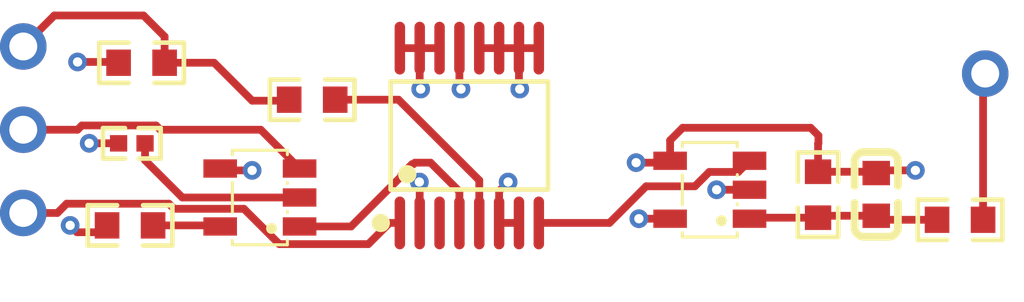
<source format=kicad_pcb>
(kicad_pcb (version 20241229) (generator "pcbnew") (generator_version "9.0")
  (layers (0 "F.Cu" signal "Top Layer") (4 "In1.Cu" signal "Inner1") (6 "In2.Cu" signal "Inner2") (2 "B.Cu" signal "Bottom Layer") (13 "F.Paste" user "Top Paste Mask Layer") (15 "B.Paste" user "Bottom Paste Mask Layer") (5 "F.SilkS" user "Top Silkscreen Layer") (7 "B.SilkS" user "Bottom Silkscreen Layer") (1 "F.Mask" user "Top Solder Mask Layer") (3 "B.Mask" user "Bottom Solder Mask Layer") (25 "Edge.Cuts" user "Multi-Layer"))
  (net 0 "")
  (net 1 "GND")
  (net 2 "+5V")
  (net 3 "T_U2V+")
  (net 4 "T_U2V-")
  (net 5 "T_U5S2")
  (net 6 "T_U6OUT")
  (net 7 "T_U5S1")
  (net 8 "T_U5D")
  (net 9 "T_DOUT-PWM")
  (net 10 "T_PATCH-PANEL-OUT")
  (net 11 "T_DAC-OUT")
  (net 12 "T_DOUT-SEL")
  (footprint "ProPrj_Practice 4 layer_2025-08-23:Pad_e561" (layer "F.Cu") (at 150 116.985)
    (property "Reference" "" (at 0 0 0) (layer "F.SilkS") (effects (font (size 1.27 1.27))))
    (property "Value" "")
    (pad "1" thru_hole circle (at 0 0) (size 1.524 1.524) (drill 0.9145) (layers "*.Cu" "*.Mask") (net 12 "T_DOUT-SEL"))
  )
  (footprint "ProPrj_Practice 4 layer_2025-08-23:TSSOP-16_L5.0-W4.4-P0.65-LS6.4-BL" (layer "F.Cu") (at 164.605 114.445)
    (property "Reference" "U5" (hide yes))
    (property "Value" "")
    (fp_line (start -2.576 -1.7715) (end 2.576 -1.7715) (stroke (width 0.1525)) (layer "F.SilkS"))
    (fp_line (start -2.576 1.7715) (end -2.576 -1.7715) (stroke (width 0.1525)) (layer "F.SilkS"))
    (fp_line (start 2.576 -1.7715) (end 2.576 1.7715) (stroke (width 0.1525)) (layer "F.SilkS"))
    (fp_line (start 2.576 1.7715) (end -2.576 1.7715) (stroke (width 0.1525)) (layer "F.SilkS"))
    (fp_circle (center -2.899 2.866) (end -2.749 2.866) (stroke (width 0.3)) (fill no) (layer "F.SilkS"))
    (fp_circle (center -2.032 1.27) (end -1.882 1.27) (stroke (width 0.3)) (fill no) (layer "F.SilkS"))
    (pad "1" smd oval (at -2.275 2.866) (size 0.343 1.7315) (layers "F.Cu" "F.Mask" "F.Paste") (net 12 "T_DOUT-SEL"))
    (pad "2" smd oval (at -1.625 2.866) (size 0.343 1.7315) (layers "F.Cu" "F.Mask" "F.Paste") (net 1 "GND"))
    (pad "3" smd oval (at -0.975 2.866) (size 0.343 1.7315) (layers "F.Cu" "F.Mask" "F.Paste"))
    (pad "4" smd oval (at -0.325 2.866) (size 0.343 1.7315) (layers "F.Cu" "F.Mask" "F.Paste") (net 7 "T_U5S1"))
    (pad "5" smd oval (at 0.325 2.866) (size 0.343 1.7315) (layers "F.Cu" "F.Mask" "F.Paste") (net 5 "T_U5S2"))
    (pad "6" smd oval (at 0.975 2.866) (size 0.343 1.7315) (layers "F.Cu" "F.Mask" "F.Paste") (net 1 "GND"))
    (pad "7" smd oval (at 1.625 2.866) (size 0.343 1.7315) (layers "F.Cu" "F.Mask" "F.Paste") (net 1 "GND"))
    (pad "8" smd oval (at 2.275 2.866) (size 0.343 1.7315) (layers "F.Cu" "F.Mask" "F.Paste") (net 8 "T_U5D"))
    (pad "9" smd oval (at 2.275 -2.866) (size 0.343 1.7315) (layers "F.Cu" "F.Mask" "F.Paste") (net 1 "GND"))
    (pad "10" smd oval (at 1.625 -2.866) (size 0.343 1.7315) (layers "F.Cu" "F.Mask" "F.Paste") (net 1 "GND"))
    (pad "11" smd oval (at 0.975 -2.866) (size 0.343 1.7315) (layers "F.Cu" "F.Mask" "F.Paste") (net 1 "GND"))
    (pad "12" smd oval (at 0.325 -2.866) (size 0.343 1.7315) (layers "F.Cu" "F.Mask" "F.Paste") (net 1 "GND"))
    (pad "13" smd oval (at -0.325 -2.866) (size 0.343 1.7315) (layers "F.Cu" "F.Mask" "F.Paste") (net 2 "+5V"))
    (pad "14" smd oval (at -0.975 -2.866) (size 0.343 1.7315) (layers "F.Cu" "F.Mask" "F.Paste") (net 1 "GND"))
    (pad "15" smd oval (at -1.625 -2.866) (size 0.343 1.7315) (layers "F.Cu" "F.Mask" "F.Paste") (net 1 "GND"))
    (pad "16" smd oval (at -2.275 -2.866) (size 0.343 1.7315) (layers "F.Cu" "F.Mask" "F.Paste") (net 1 "GND"))
  )
  (footprint "ProPrj_Practice 4 layer_2025-08-23:R0603" (layer "F.Cu") (at 176.023 116.386 90)
    (property "Reference" "R4" (hide yes))
    (property "Value" "")
    (fp_line (start 1.385 -0.6605) (end 0.426 -0.6605) (stroke (width 0.1525)) (layer "F.SilkS"))
    (fp_line (start -1.385 -0.6605) (end -0.426 -0.6605) (stroke (width 0.1525)) (layer "F.SilkS"))
    (fp_line (start 1.385 0.6605) (end 1.385 -0.6605) (stroke (width 0.1525)) (layer "F.SilkS"))
    (fp_line (start 0.426 0.6605) (end 1.385 0.6605) (stroke (width 0.1525)) (layer "F.SilkS"))
    (fp_line (start -0.426 0.6605) (end -1.385 0.6605) (stroke (width 0.1525)) (layer "F.SilkS"))
    (fp_line (start -1.385 0.6605) (end -1.385 -0.6605) (stroke (width 0.1525)) (layer "F.SilkS"))
    (pad "1" smd rect (at -0.7535 0 90) (size 0.8065 0.864) (layers "F.Cu" "F.Mask" "F.Paste") (net 6 "T_U6OUT"))
    (pad "2" smd rect (at 0.7535 0 90) (size 0.8065 0.864) (layers "F.Cu" "F.Mask" "F.Paste") (net 1 "GND"))
  )
  (footprint "ProPrj_Practice 4 layer_2025-08-23:SOT-23-5_L3.0-W1.7-P0.95-LS2.8-BR" (layer "F.Cu") (at 157.747 116.477)
    (property "Reference" "U2" (hide yes))
    (property "Value" "")
    (fp_line (start -0.9 -1.55) (end -0.9 -1.404) (stroke (width 0.1)) (layer "F.SilkS"))
    (fp_line (start -0.9 -1.55) (end 0.9 -1.55) (stroke (width 0.1)) (layer "F.SilkS"))
    (fp_line (start -0.9 -0.496) (end -0.9 0.496) (stroke (width 0.1)) (layer "F.SilkS"))
    (fp_line (start -0.9 1.404) (end -0.9 1.55) (stroke (width 0.1)) (layer "F.SilkS"))
    (fp_line (start -0.9 1.55) (end 0.9 1.55) (stroke (width 0.1)) (layer "F.SilkS"))
    (fp_line (start 0.9 -1.55) (end 0.9 -1.404) (stroke (width 0.1)) (layer "F.SilkS"))
    (fp_line (start 0.9 -0.496) (end 0.9 -0.454) (stroke (width 0.1)) (layer "F.SilkS"))
    (fp_line (start 0.9 0.454) (end 0.9 0.496) (stroke (width 0.1)) (layer "F.SilkS"))
    (fp_line (start 0.9 1.404) (end 0.9 1.55) (stroke (width 0.1)) (layer "F.SilkS"))
    (fp_poly (pts (arc (start 0.204 1.016) (mid 0.381 0.836989) (end 0.558 1.016)) (arc (start 0.558 1.016) (mid 0.381 1.195011) (end 0.204 1.016))) (fill yes) (layer "F.SilkS"))
    (pad "1" smd rect (at 1.3 0.95) (size 1.1 0.6) (layers "F.Cu" "F.Mask" "F.Paste") (net 7 "T_U5S1"))
    (pad "2" smd rect (at 1.3 0) (size 1.1 0.6) (layers "F.Cu" "F.Mask" "F.Paste") (net 4 "T_U2V-"))
    (pad "3" smd rect (at 1.3 -0.95) (size 1.1 0.6) (layers "F.Cu" "F.Mask" "F.Paste") (net 11 "T_DAC-OUT"))
    (pad "4" smd rect (at -1.3 -0.95) (size 1.1 0.6) (layers "F.Cu" "F.Mask" "F.Paste") (net 1 "GND"))
    (pad "5" smd rect (at -1.3 0.95) (size 1.1 0.6) (layers "F.Cu" "F.Mask" "F.Paste") (net 3 "T_U2V+"))
  )
  (footprint "ProPrj_Practice 4 layer_2025-08-23:Pad_e562" (layer "F.Cu") (at 150 114.2545)
    (property "Reference" "" (at 0 0 0) (layer "F.SilkS") (effects (font (size 1.27 1.27))))
    (property "Value" "")
    (pad "2" thru_hole circle (at 0 0) (size 1.524 1.524) (drill 0.9145) (layers "*.Cu" "*.Mask") (net 11 "T_DAC-OUT"))
  )
  (footprint "ProPrj_Practice 4 layer_2025-08-23:R0603" (layer "F.Cu") (at 153.8745 112.058)
    (property "Reference" "R6" (hide yes))
    (property "Value" "")
    (fp_line (start -1.385 -0.6605) (end -0.426 -0.6605) (stroke (width 0.1525)) (layer "F.SilkS"))
    (fp_line (start -1.385 0.6605) (end -1.385 -0.6605) (stroke (width 0.1525)) (layer "F.SilkS"))
    (fp_line (start -0.426 0.6605) (end -1.385 0.6605) (stroke (width 0.1525)) (layer "F.SilkS"))
    (fp_line (start 0.426 0.6605) (end 1.385 0.6605) (stroke (width 0.1525)) (layer "F.SilkS"))
    (fp_line (start 1.385 -0.6605) (end 0.426 -0.6605) (stroke (width 0.1525)) (layer "F.SilkS"))
    (fp_line (start 1.385 0.6605) (end 1.385 -0.6605) (stroke (width 0.1525)) (layer "F.SilkS"))
    (pad "1" smd rect (at -0.7535 0) (size 0.8065 0.864) (layers "F.Cu" "F.Mask" "F.Paste") (net 1 "GND"))
    (pad "2" smd rect (at 0.7535 0) (size 0.8065 0.864) (layers "F.Cu" "F.Mask" "F.Paste") (net 9 "T_DOUT-PWM"))
  )
  (footprint "ProPrj_Practice 4 layer_2025-08-23:R0603" (layer "F.Cu") (at 180.6725 117.2075)
    (property "Reference" "R5" (hide yes))
    (property "Value" "")
    (fp_line (start -1.385 -0.6605) (end -0.426 -0.6605) (stroke (width 0.1525)) (layer "F.SilkS"))
    (fp_line (start -1.385 0.6605) (end -1.385 -0.6605) (stroke (width 0.1525)) (layer "F.SilkS"))
    (fp_line (start -0.426 0.6605) (end -1.385 0.6605) (stroke (width 0.1525)) (layer "F.SilkS"))
    (fp_line (start 0.426 0.6605) (end 1.385 0.6605) (stroke (width 0.1525)) (layer "F.SilkS"))
    (fp_line (start 1.385 -0.6605) (end 0.426 -0.6605) (stroke (width 0.1525)) (layer "F.SilkS"))
    (fp_line (start 1.385 0.6605) (end 1.385 -0.6605) (stroke (width 0.1525)) (layer "F.SilkS"))
    (pad "1" smd rect (at -0.7535 0) (size 0.8065 0.864) (layers "F.Cu" "F.Mask" "F.Paste") (net 6 "T_U6OUT"))
    (pad "2" smd rect (at 0.7535 0) (size 0.8065 0.864) (layers "F.Cu" "F.Mask" "F.Paste") (net 10 "T_PATCH-PANEL-OUT"))
  )
  (footprint "ProPrj_Practice 4 layer_2025-08-23:R0603" (layer "F.Cu") (at 159.4595 113.2695)
    (property "Reference" "R3" (hide yes))
    (property "Value" "")
    (fp_line (start -1.385 -0.6605) (end -0.426 -0.6605) (stroke (width 0.1525)) (layer "F.SilkS"))
    (fp_line (start -1.385 0.6605) (end -1.385 -0.6605) (stroke (width 0.1525)) (layer "F.SilkS"))
    (fp_line (start -0.426 0.6605) (end -1.385 0.6605) (stroke (width 0.1525)) (layer "F.SilkS"))
    (fp_line (start 0.426 0.6605) (end 1.385 0.6605) (stroke (width 0.1525)) (layer "F.SilkS"))
    (fp_line (start 1.385 -0.6605) (end 0.426 -0.6605) (stroke (width 0.1525)) (layer "F.SilkS"))
    (fp_line (start 1.385 0.6605) (end 1.385 -0.6605) (stroke (width 0.1525)) (layer "F.SilkS"))
    (pad "1" smd rect (at -0.7535 0) (size 0.8065 0.864) (layers "F.Cu" "F.Mask" "F.Paste") (net 9 "T_DOUT-PWM"))
    (pad "2" smd rect (at 0.7535 0) (size 0.8065 0.864) (layers "F.Cu" "F.Mask" "F.Paste") (net 5 "T_U5S2"))
  )
  (footprint "ProPrj_Practice 4 layer_2025-08-23:Pad_e563" (layer "F.Cu") (at 150 111.524)
    (property "Reference" "" (at 0 0 0) (layer "F.SilkS") (effects (font (size 1.27 1.27))))
    (property "Value" "")
    (pad "3" thru_hole circle (at 0 0) (size 1.524 1.524) (drill 0.9145) (layers "*.Cu" "*.Mask") (net 9 "T_DOUT-PWM"))
  )
  (footprint "ProPrj_Practice 4 layer_2025-08-23:R0603" (layer "F.Cu") (at 153.497 117.392)
    (property "Reference" "R1" (hide yes))
    (property "Value" "")
    (fp_line (start -1.385 -0.6605) (end -0.426 -0.6605) (stroke (width 0.1525)) (layer "F.SilkS"))
    (fp_line (start -1.385 0.6605) (end -1.385 -0.6605) (stroke (width 0.1525)) (layer "F.SilkS"))
    (fp_line (start -0.426 0.6605) (end -1.385 0.6605) (stroke (width 0.1525)) (layer "F.SilkS"))
    (fp_line (start 0.426 0.6605) (end 1.385 0.6605) (stroke (width 0.1525)) (layer "F.SilkS"))
    (fp_line (start 1.385 -0.6605) (end 0.426 -0.6605) (stroke (width 0.1525)) (layer "F.SilkS"))
    (fp_line (start 1.385 0.6605) (end 1.385 -0.6605) (stroke (width 0.1525)) (layer "F.SilkS"))
    (pad "1" smd rect (at -0.7535 0) (size 0.8065 0.864) (layers "F.Cu" "F.Mask" "F.Paste") (net 2 "+5V"))
    (pad "2" smd rect (at 0.7535 0) (size 0.8065 0.864) (layers "F.Cu" "F.Mask" "F.Paste") (net 3 "T_U2V+"))
  )
  (footprint "ProPrj_Practice 4 layer_2025-08-23:SOT-23-5_L3.0-W1.7-P0.95-LS2.8-BR" (layer "F.Cu") (at 172.479 116.223)
    (property "Reference" "U6" (hide yes))
    (property "Value" "")
    (fp_line (start -0.9 -1.55) (end -0.9 -1.404) (stroke (width 0.1)) (layer "F.SilkS"))
    (fp_line (start -0.9 -1.55) (end 0.9 -1.55) (stroke (width 0.1)) (layer "F.SilkS"))
    (fp_line (start -0.9 -0.496) (end -0.9 0.496) (stroke (width 0.1)) (layer "F.SilkS"))
    (fp_line (start -0.9 1.404) (end -0.9 1.55) (stroke (width 0.1)) (layer "F.SilkS"))
    (fp_line (start -0.9 1.55) (end 0.9 1.55) (stroke (width 0.1)) (layer "F.SilkS"))
    (fp_line (start 0.9 -1.55) (end 0.9 -1.404) (stroke (width 0.1)) (layer "F.SilkS"))
    (fp_line (start 0.9 -0.496) (end 0.9 -0.454) (stroke (width 0.1)) (layer "F.SilkS"))
    (fp_line (start 0.9 0.454) (end 0.9 0.496) (stroke (width 0.1)) (layer "F.SilkS"))
    (fp_line (start 0.9 1.404) (end 0.9 1.55) (stroke (width 0.1)) (layer "F.SilkS"))
    (fp_poly (pts (arc (start 0.204 1.016) (mid 0.381 0.836989) (end 0.558 1.016)) (arc (start 0.558 1.016) (mid 0.381 1.195011) (end 0.204 1.016))) (fill yes) (layer "F.SilkS"))
    (pad "1" smd rect (at 1.3 0.95) (size 1.1 0.6) (layers "F.Cu" "F.Mask" "F.Paste") (net 6 "T_U6OUT"))
    (pad "2" smd rect (at 1.3 0) (size 1.1 0.6) (layers "F.Cu" "F.Mask" "F.Paste") (net 1 "GND"))
    (pad "3" smd rect (at 1.3 -0.95) (size 1.1 0.6) (layers "F.Cu" "F.Mask" "F.Paste") (net 8 "T_U5D"))
    (pad "4" smd rect (at -1.3 -0.95) (size 1.1 0.6) (layers "F.Cu" "F.Mask" "F.Paste") (net 1 "GND"))
    (pad "5" smd rect (at -1.3 0.95) (size 1.1 0.6) (layers "F.Cu" "F.Mask" "F.Paste") (net 2 "+5V"))
  )
  (footprint "ProPrj_Practice 4 layer_2025-08-23:R0402" (layer "F.Cu") (at 153.554 114.701 180)
    (property "Reference" "R2" (hide yes))
    (property "Value" "")
    (fp_line (start 0.944 0.4985) (end 0.944 -0.4985) (stroke (width 0.1525)) (layer "F.SilkS"))
    (fp_line (start 0.944 -0.4985) (end 0.226 -0.4985) (stroke (width 0.1525)) (layer "F.SilkS"))
    (fp_line (start 0.226 0.4985) (end 0.944 0.4985) (stroke (width 0.1525)) (layer "F.SilkS"))
    (fp_line (start -0.226 0.4985) (end -0.944 0.4985) (stroke (width 0.1525)) (layer "F.SilkS"))
    (fp_line (start -0.944 0.4985) (end -0.944 -0.4985) (stroke (width 0.1525)) (layer "F.SilkS"))
    (fp_line (start -0.944 -0.4985) (end -0.226 -0.4985) (stroke (width 0.1525)) (layer "F.SilkS"))
    (pad "1" smd rect (at -0.433 0 180) (size 0.5655 0.54) (layers "F.Cu" "F.Mask" "F.Paste") (net 4 "T_U2V-"))
    (pad "2" smd rect (at 0.433 0 180) (size 0.5655 0.54) (layers "F.Cu" "F.Mask" "F.Paste") (net 1 "GND"))
  )
  (footprint "ProPrj_Practice 4 layer_2025-08-23:C0603" (layer "F.Cu") (at 177.928 116.376 90)
    (property "Reference" "C1" (hide yes))
    (property "Value" "")
    (fp_line (start -0.28 -0.71) (end -1.08 -0.71) (stroke (width 0.254)) (layer "F.SilkS"))
    (fp_line (start 0.2805 -0.7095) (end 1.08 -0.7095) (stroke (width 0.254)) (layer "F.SilkS"))
    (fp_line (start 1.39 -0.4) (end 1.39 0.4005) (stroke (width 0.254)) (layer "F.SilkS"))
    (fp_line (start -1.39 0.3995) (end -1.39 -0.4005) (stroke (width 0.254)) (layer "F.SilkS"))
    (fp_line (start -0.28 0.7095) (end -1.08 0.7095) (stroke (width 0.254)) (layer "F.SilkS"))
    (fp_line (start 0.2805 0.71) (end 1.08 0.71) (stroke (width 0.254)) (layer "F.SilkS"))
    (fp_arc (start 1.08 -0.7095) (mid 1.29885 -0.61885) (end 1.39 -0.4) (stroke (width 0.254)) (layer "F.SilkS"))
    (fp_arc (start -1.39 -0.4) (mid -1.29938 -0.619527) (end -1.08 -0.71) (stroke (width 0.254)) (layer "F.SilkS"))
    (fp_arc (start 1.39 0.4) (mid 1.299203 0.619203) (end 1.08 0.71) (stroke (width 0.254)) (layer "F.SilkS"))
    (fp_arc (start -1.08 0.7095) (mid -1.299203 0.618703) (end -1.39 0.3995) (stroke (width 0.254)) (layer "F.SilkS"))
    (pad "1" smd rect (at -0.7 0 90) (size 0.8 0.9) (layers "F.Cu" "F.Mask" "F.Paste") (net 6 "T_U6OUT"))
    (pad "2" smd rect (at 0.7 0 90) (size 0.8 0.9) (layers "F.Cu" "F.Mask" "F.Paste") (net 1 "GND"))
  )
  (footprint "ProPrj_Practice 4 layer_2025-08-23:Pad_e564" (layer "F.Cu") (at 181.496 112.413)
    (property "Reference" "" (at 0 0 0) (layer "F.SilkS") (effects (font (size 1.27 1.27))))
    (property "Value" "")
    (pad "4" thru_hole circle (at 0 0) (size 1.524 1.524) (drill 0.9145) (layers "*.Cu" "*.Mask") (net 10 "T_PATCH-PANEL-OUT"))
  )
  (segment (start 151.778 112.032) (end 153.095 112.032) (width 0.254) (layer "F.Cu") (net 1))
  (segment (start 162.98 117.311) (end 162.98 115.98) (width 0.254) (layer "F.Cu") (net 1))
  (segment (start 176.023 114.711) (end 176.023 115.633) (width 0.254) (layer "F.Cu") (net 1))
  (segment (start 163.0125 112.921) (end 162.98 112.8885) (width 0.254) (layer "F.Cu") (net 1))
  (segment (start 177.885 115.633) (end 177.928 115.676) (width 0.254) (layer "F.Cu") (net 1))
  (segment (start 152.159 114.699) (end 153.119 114.699) (width 0.254) (layer "F.Cu") (net 1))
  (segment (start 165.58 116.264) (end 165.58 117.311) (width 0.254) (layer "F.Cu") (net 1))
  (segment (start 176.035 114.445) (end 176.035 114.699) (width 0.254) (layer "F.Cu") (net 1))
  (segment (start 176.023 115.633) (end 177.885 115.633) (width 0.254) (layer "F.Cu") (net 1))
  (segment (start 166.23 112.895) (end 166.23 111.579) (width 0.254) (layer "F.Cu") (net 1))
  (segment (start 156.508 115.588) (end 156.447 115.527) (width 0.254) (layer "F.Cu") (net 1))
  (segment (start 153.119 114.699) (end 153.121 114.701) (width 0.254) (layer "F.Cu") (net 1))
  (segment (start 162.33 111.579) (end 162.98 111.579) (width 0.254) (layer "F.Cu") (net 1))
  (segment (start 162.98 112.8885) (end 162.98 111.579) (width 0.254) (layer "F.Cu") (net 1))
  (segment (start 165.58 117.311) (end 166.23 117.311) (width 0.254) (layer "F.Cu") (net 1))
  (segment (start 153.095 112.032) (end 153.121 112.058) (width 0.254) (layer "F.Cu") (net 1))
  (segment (start 170.066 115.334) (end 171.118 115.334) (width 0.254) (layer "F.Cu") (net 1))
  (segment (start 162.98 111.579) (end 163.63 111.579) (width 0.254) (layer "F.Cu") (net 1))
  (segment (start 165.58 111.579) (end 166.23 111.579) (width 0.254) (layer "F.Cu") (net 1))
  (segment (start 171.179 115.273) (end 171.179 114.602) (width 0.254) (layer "F.Cu") (net 1))
  (segment (start 162.98 115.98) (end 162.969 115.969) (width 0.254) (layer "F.Cu") (net 1))
  (segment (start 176.035 114.699) (end 176.023 114.711) (width 0.254) (layer "F.Cu") (net 1))
  (segment (start 164.93 111.579) (end 165.58 111.579) (width 0.254) (layer "F.Cu") (net 1))
  (segment (start 175.781 114.191) (end 176.035 114.445) (width 0.254) (layer "F.Cu") (net 1))
  (segment (start 172.7025 116.223) (end 173.779 116.223) (width 0.254) (layer "F.Cu") (net 1))
  (segment (start 171.179 114.602) (end 171.59 114.191) (width 0.254) (layer "F.Cu") (net 1))
  (segment (start 171.118 115.334) (end 171.179 115.273) (width 0.254) (layer "F.Cu") (net 1))
  (segment (start 157.493 115.588) (end 156.508 115.588) (width 0.254) (layer "F.Cu") (net 1))
  (segment (start 166.256 112.921) (end 166.23 112.895) (width 0.254) (layer "F.Cu") (net 1))
  (segment (start 166.23 111.579) (end 166.88 111.579) (width 0.254) (layer "F.Cu") (net 1))
  (segment (start 179.21 115.588) (end 178.016 115.588) (width 0.254) (layer "F.Cu") (net 1))
  (segment (start 165.875 115.969) (end 165.58 116.264) (width 0.254) (layer "F.Cu") (net 1))
  (segment (start 171.59 114.191) (end 175.781 114.191) (width 0.254) (layer "F.Cu") (net 1))
  (segment (start 178.016 115.588) (end 177.928 115.676) (width 0.254) (layer "F.Cu") (net 1))
  (via (at 170.066 115.334) (size 0.61) (drill 0.305) (layers "F.Cu" "B.Cu") (net 1))
  (via (at 157.493 115.588) (size 0.61) (drill 0.305) (layers "F.Cu" "B.Cu") (net 1))
  (via (at 162.969 115.969) (size 0.61) (drill 0.305) (layers "F.Cu" "B.Cu") (net 1))
  (via (at 172.7025 116.223) (size 0.61) (drill 0.305) (layers "F.Cu" "B.Cu") (net 1))
  (via (at 166.256 112.921) (size 0.61) (drill 0.305) (layers "F.Cu" "B.Cu") (net 1))
  (via (at 163.0125 112.921) (size 0.61) (drill 0.305) (layers "F.Cu" "B.Cu") (net 1))
  (via (at 151.778 112.032) (size 0.61) (drill 0.305) (layers "F.Cu" "B.Cu") (net 1))
  (via (at 165.875 115.969) (size 0.61) (drill 0.305) (layers "F.Cu" "B.Cu") (net 1))
  (via (at 152.159 114.699) (size 0.61) (drill 0.305) (layers "F.Cu" "B.Cu") (net 1))
  (via (at 179.21 115.588) (size 0.61) (drill 0.305) (layers "F.Cu" "B.Cu") (net 1))
  (segment (start 151.5345 117.392) (end 151.7595 117.617) (width 0.254) (layer "F.Cu") (net 2))
  (segment (start 164.28 112.8695) (end 164.28 111.579) (width 0.254) (layer "F.Cu") (net 2))
  (segment (start 151.7595 117.617) (end 152.519 117.617) (width 0.254) (layer "F.Cu") (net 2))
  (segment (start 164.3315 112.921) (end 164.28 112.8695) (width 0.254) (layer "F.Cu") (net 2))
  (segment (start 152.519 117.617) (end 152.7435 117.392) (width 0.254) (layer "F.Cu") (net 2))
  (segment (start 171.179 117.173) (end 170.1565 117.173) (width 0.254) (layer "F.Cu") (net 2))
  (via (at 164.3315 112.921) (size 0.61) (drill 0.305) (layers "F.Cu" "B.Cu") (net 2))
  (via (at 170.1565 117.173) (size 0.61) (drill 0.305) (layers "F.Cu" "B.Cu") (net 2))
  (via (at 151.5345 117.392) (size 0.61) (drill 0.305) (layers "F.Cu" "B.Cu") (net 2))
  (segment (start 154.2505 117.392) (end 156.412 117.392) (width 0.254) (layer "F.Cu") (net 3))
  (segment (start 156.412 117.392) (end 156.447 117.427) (width 0.254) (layer "F.Cu") (net 3))
  (segment (start 155.207 116.477) (end 153.987 115.257) (width 0.254) (layer "F.Cu") (net 4))
  (segment (start 153.987 115.257) (end 153.987 114.701) (width 0.254) (layer "F.Cu") (net 4))
  (segment (start 159.047 116.477) (end 155.207 116.477) (width 0.254) (layer "F.Cu") (net 4))
  (segment (start 162.2865 113.2695) (end 164.93 115.913) (width 0.254) (layer "F.Cu") (net 5))
  (segment (start 160.213 113.2695) (end 162.2865 113.2695) (width 0.254) (layer "F.Cu") (net 5))
  (segment (start 164.93 115.913) (end 164.93 117.311) (width 0.254) (layer "F.Cu") (net 5))
  (segment (start 178.0595 117.2075) (end 177.928 117.076) (width 0.254) (layer "F.Cu") (net 6))
  (segment (start 176.023 117.1395) (end 173.8125 117.1395) (width 0.254) (layer "F.Cu") (net 6))
  (segment (start 173.8125 117.1395) (end 173.779 117.173) (width 0.254) (layer "F.Cu") (net 6))
  (segment (start 179.9195 117.2075) (end 178.0595 117.2075) (width 0.254) (layer "F.Cu") (net 6))
  (segment (start 177.928 117.076) (end 176.0865 117.076) (width 0.254) (layer "F.Cu") (net 6))
  (segment (start 176.0865 117.076) (end 176.023 117.1395) (width 0.254) (layer "F.Cu") (net 6))
  (segment (start 162.727 115.385) (end 162.776 115.385) (width 0.254) (layer "F.Cu") (net 7))
  (segment (start 163.335 115.334) (end 164.28 116.279) (width 0.254) (layer "F.Cu") (net 7))
  (segment (start 159.047 117.427) (end 160.734 117.427) (width 0.254) (layer "F.Cu") (net 7))
  (segment (start 162.827 115.334) (end 163.335 115.334) (width 0.254) (layer "F.Cu") (net 7))
  (segment (start 162.385 115.727) (end 162.727 115.385) (width 0.254) (layer "F.Cu") (net 7))
  (segment (start 160.734 117.427) (end 162.385 115.776) (width 0.254) (layer "F.Cu") (net 7))
  (segment (start 164.28 116.279) (end 164.28 117.311) (width 0.254) (layer "F.Cu") (net 7))
  (segment (start 162.385 115.776) (end 162.385 115.727) (width 0.254) (layer "F.Cu") (net 7))
  (segment (start 162.776 115.385) (end 162.827 115.334) (width 0.254) (layer "F.Cu") (net 7))
  (segment (start 173.413 115.639) (end 172.4605 115.639) (width 0.254) (layer "F.Cu") (net 8))
  (segment (start 169.193 117.311) (end 166.88 117.311) (width 0.254) (layer "F.Cu") (net 8))
  (segment (start 171.989 116.11) (end 170.3935 116.11) (width 0.254) (layer "F.Cu") (net 8))
  (segment (start 173.779 115.273) (end 173.413 115.639) (width 0.254) (layer "F.Cu") (net 8))
  (segment (start 170.3935 116.11) (end 169.193 117.311) (width 0.254) (layer "F.Cu") (net 8))
  (segment (start 172.4605 115.639) (end 171.989 116.11) (width 0.254) (layer "F.Cu") (net 8))
  (segment (start 150 111.524) (end 151.016 110.508) (width 0.254) (layer "F.Cu") (net 9))
  (segment (start 153.937 110.508) (end 154.6275 111.1985) (width 0.254) (layer "F.Cu") (net 9))
  (segment (start 156.249 112.058) (end 157.493 113.302) (width 0.254) (layer "F.Cu") (net 9))
  (segment (start 154.6275 112.058) (end 156.249 112.058) (width 0.254) (layer "F.Cu") (net 9))
  (segment (start 157.493 113.302) (end 158.674 113.302) (width 0.254) (layer "F.Cu") (net 9))
  (segment (start 151.016 110.508) (end 153.937 110.508) (width 0.254) (layer "F.Cu") (net 9))
  (segment (start 158.674 113.302) (end 158.706 113.2695) (width 0.254) (layer "F.Cu") (net 9))
  (segment (start 154.6275 111.1985) (end 154.6275 112.058) (width 0.254) (layer "F.Cu") (net 9))
  (segment (start 181.426 117.2075) (end 181.426 112.483) (width 0.254) (layer "F.Cu") (net 10))
  (segment (start 181.426 112.483) (end 181.496 112.413) (width 0.254) (layer "F.Cu") (net 10))
  (segment (start 154.348 114.115) (end 154.4875 114.2545) (width 0.254) (layer "F.Cu") (net 11))
  (segment (start 151.917 114.115) (end 154.348 114.115) (width 0.254) (layer "F.Cu") (net 11))
  (segment (start 150 114.2545) (end 151.7775 114.2545) (width 0.254) (layer "F.Cu") (net 11))
  (segment (start 151.7775 114.2545) (end 151.917 114.115) (width 0.254) (layer "F.Cu") (net 11))
  (segment (start 154.4875 114.2545) (end 157.7745 114.2545) (width 0.254) (layer "F.Cu") (net 11))
  (segment (start 157.7745 114.2545) (end 159.047 115.527) (width 0.254) (layer "F.Cu") (net 11))
  (segment (start 150 116.985) (end 151.1155 116.985) (width 0.254) (layer "F.Cu") (net 12))
  (segment (start 157.2235 116.848) (end 158.3815 118.006) (width 0.254) (layer "F.Cu") (net 12))
  (segment (start 151.1155 116.985) (end 151.4195 116.681) (width 0.254) (layer "F.Cu") (net 12))
  (segment (start 158.3815 118.006) (end 161.298 118.006) (width 0.254) (layer "F.Cu") (net 12))
  (segment (start 154.769 116.681) (end 154.936 116.848) (width 0.254) (layer "F.Cu") (net 12))
  (segment (start 154.936 116.848) (end 157.2235 116.848) (width 0.254) (layer "F.Cu") (net 12))
  (segment (start 161.298 118.006) (end 161.993 117.311) (width 0.254) (layer "F.Cu") (net 12))
  (segment (start 161.993 117.311) (end 162.33 117.311) (width 0.254) (layer "F.Cu") (net 12))
  (segment (start 151.4195 116.681) (end 154.769 116.681) (width 0.254) (layer "F.Cu") (net 12))
)
</source>
